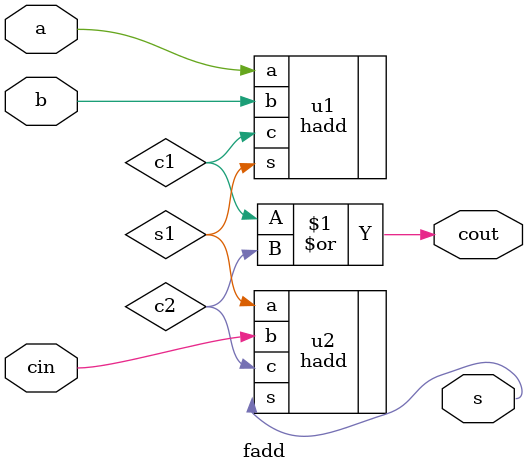
<source format=v>
module fadd (
    input wire a,
    input wire b,
    input wire cin,
    output wire s,
    output wire cout
);

	wire s1, c1, c2;

	hadd u1 (
	    .a(a),
	    .b(b),
	    .s(s1),
	    .c(c1)
	);

	hadd u2 (
	    .a(s1),
	    .b(cin),
	    .s(s),
	    .c(c2)
	);

	assign cout = c1 | c2;

endmodule

</source>
